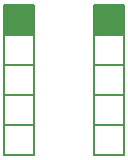
<source format=gbo>
%FSLAX24Y24*%
%MOIN*%
%SFA1B1*%

%IPPOS*%
%ADD25C,0.008000*%
%ADD26R,0.100000X0.099600*%
%LNpcb1-1*%
%LPD*%
G54D25*
X13250Y14250D02*
X14250D01*
X13250Y13250D02*
X14250D01*
X13250Y10250D02*
X14250D01*
X13250Y11250D02*
X14250D01*
Y15250D02*
Y10250D01*
X13250Y12250D02*
X14250D01*
X13250Y10250D02*
Y15250D01*
X14250*
X10250Y14250D02*
X11250D01*
X10250Y13250D02*
X11250D01*
X10250Y10250D02*
X11250D01*
X10250Y11250D02*
X11250D01*
Y15250D02*
Y10250D01*
X10250Y12250D02*
X11250D01*
X10250Y10250D02*
Y15250D01*
X11250*
G54D26*
X13750Y14752D03*
X10750D03*
M02*
</source>
